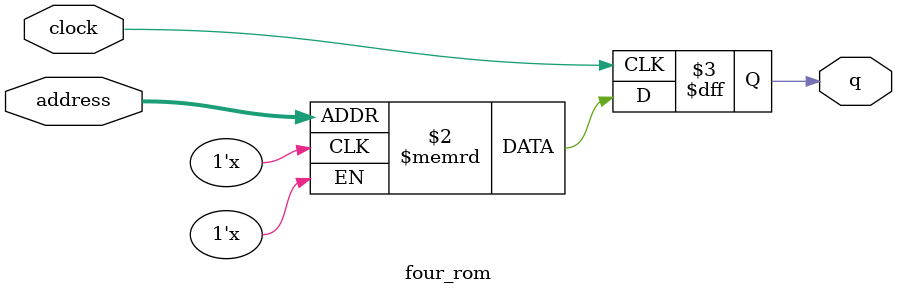
<source format=sv>
module four_rom (
	input logic clock,
	input logic [8:0] address,
	output logic [0:0] q
);

logic [0:0] memory [0:511] /* synthesis ram_init_file = "./four/four.COE" */;

always_ff @ (posedge clock) begin
	q <= memory[address];
end

endmodule

</source>
